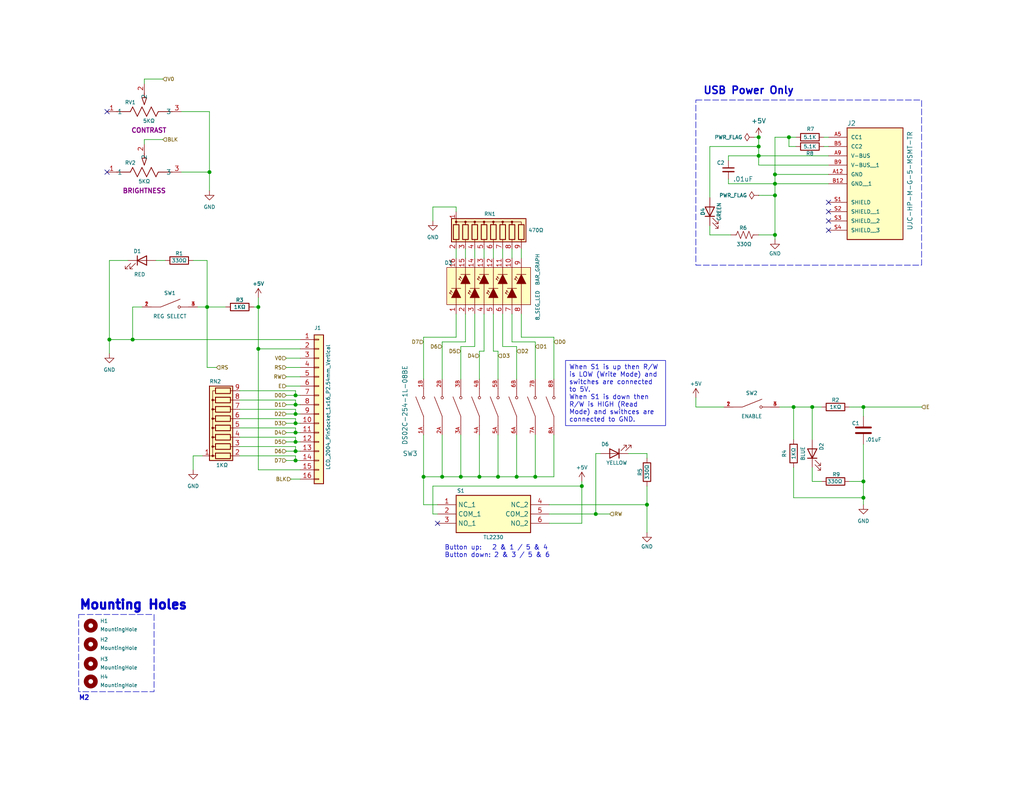
<source format=kicad_sch>
(kicad_sch (version 20230121) (generator eeschema)
  (paper "USLetter")
  (title_block (title "${project_name}") (date "2024-03-17") (rev "${version}"))
  (lib_symbols
    (symbol "Device:C" (pin_numbers hide) (pin_names (offset 0.254))
      (property "Reference" "C" (at 0.635 2.54 0))
      (property "Value" "C" (at 0.635 -2.54 0))
      (symbol "C_0_1"
        (polyline (pts (xy -2.032 -0.762) (xy 2.032 -0.762)) (stroke (width 0.508)))
        (polyline (pts (xy -2.032 0.762) (xy 2.032 0.762)) (stroke (width 0.508)))
      )
      (symbol "C_1_1"
        (pin passive line (at 0 3.81 270) (length 2.794) (name "~") (number "1"))
        (pin passive line (at 0 -3.81 90) (length 2.794) (name "~") (number "2"))
      )
    )
    (symbol "Device:C_Small" (pin_numbers hide) (pin_names (offset 0.254) hide)
      (property "Reference" "C" (at 0.254 1.778 0))
      (property "Value" "C_Small" (at 0.254 -2.032 0))
      (symbol "C_Small_0_1"
        (polyline (pts (xy -1.524 -0.508) (xy 1.524 -0.508)) (stroke (width 0.3302)))
        (polyline (pts (xy -1.524 0.508) (xy 1.524 0.508)) (stroke (width 0.3048)))
      )
      (symbol "C_Small_1_1"
        (pin passive line (at 0 2.54 270) (length 2.032) (name "~") (number "1"))
        (pin passive line (at 0 -2.54 90) (length 2.032) (name "~") (number "2"))
      )
    )
    (symbol "Device:LED" (pin_numbers hide) (pin_names (offset 1.016) hide)
      (property "Reference" "D" (at 0 2.54 0))
      (property "Value" "LED" (at 0 -2.54 0))
      (symbol "LED_0_1"
        (polyline (pts (xy -1.27 -1.27) (xy -1.27 1.27)) (stroke (width 0.254)))
        (polyline (pts (xy -1.27 0) (xy 1.27 0)))
        (polyline (pts (xy 1.27 -1.27) (xy 1.27 1.27) (xy -1.27 0) (xy 1.27 -1.27)) (stroke (width 0.254)))
        (polyline (pts (xy -3.048 -0.762) (xy -4.572 -2.286) (xy -3.81 -2.286) (xy -4.572 -2.286) (xy -4.572 -1.524)))
        (polyline (pts (xy -1.778 -0.762) (xy -3.302 -2.286) (xy -2.54 -2.286) (xy -3.302 -2.286) (xy -3.302 -1.524)))
      )
      (symbol "LED_1_1"
        (pin passive line (at -3.81 0 0) (length 2.54) (name "K") (number "1"))
        (pin passive line (at 3.81 0 180) (length 2.54) (name "A") (number "2"))
      )
    )
    (symbol "Device:R" (pin_numbers hide) (pin_names (offset 0))
      (property "Reference" "R" (at 2.032 0 90))
      (property "Value" "R" (at 0 0 90))
      (symbol "R_0_1"
        (rectangle (start -1.016 -2.54) (end 1.016 2.54) (stroke (width 0.254)))
      )
      (symbol "R_1_1"
        (pin passive line (at 0 3.81 270) (length 1.27) (name "~") (number "1"))
        (pin passive line (at 0 -3.81 90) (length 1.27) (name "~") (number "2"))
      )
    )
    (symbol "Device:R_US" (pin_numbers hide) (pin_names (offset 0))
      (property "Reference" "R" (at 2.54 0 90))
      (property "Value" "R_US" (at -2.54 0 90))
      (symbol "R_US_0_1"
        (polyline (pts (xy 0 -2.286) (xy 0 -2.54)))
        (polyline (pts (xy 0 2.286) (xy 0 2.54)))
        (polyline (pts (xy 0 -0.762) (xy 1.016 -1.143) (xy 0 -1.524) (xy -1.016 -1.905) (xy 0 -2.286)))
        (polyline (pts (xy 0 0.762) (xy 1.016 0.381) (xy 0 0) (xy -1.016 -0.381) (xy 0 -0.762)))
        (polyline (pts (xy 0 2.286) (xy 1.016 1.905) (xy 0 1.524) (xy -1.016 1.143) (xy 0 0.762)))
      )
      (symbol "R_US_1_1"
        (pin passive line (at 0 3.81 270) (length 1.27) (name "~") (number "1"))
        (pin passive line (at 0 -3.81 90) (length 1.27) (name "~") (number "2"))
      )
    )
    (symbol "Mechanical:MountingHole" (pin_names (offset 1.016))
      (property "Reference" "H" (at 0 5.08 0))
      (property "Value" "MountingHole" (at 0 3.175 0))
      (symbol "MountingHole_0_1"
        (circle (center 0 0) (radius 1.27) (stroke (width 1.27)))
      )
    )
    (symbol "TL2230EEF140_1"
      (property "Reference" "S" (at 26.67 7.62 0))
      (property "Value" "TL2230EEF140" (at 26.67 5.08 0))
      (symbol "TL2230EEF140_1_1_1"
        (rectangle (start 5.08 2.54) (end 25.4 -7.62) (stroke (width 0.254)) (fill (type background)))
        (pin passive line (at 0 0 0) (length 5.08) (name "NC_1") (number "1"))
        (pin passive line (at 0 -2.54 0) (length 5.08) (name "COM_1") (number "2"))
        (pin passive line (at 0 -5.08 0) (length 5.08) (name "NO_1") (number "3"))
        (pin passive line (at 30.48 0 180) (length 5.08) (name "NC_2") (number "4"))
        (pin passive line (at 30.48 -2.54 180) (length 5.08) (name "COM_2") (number "5"))
        (pin passive line (at 30.48 -5.08 180) (length 5.08) (name "NO_2") (number "6"))
      )
    )
    (symbol "hd44780_tutorial:BOURNE-3386P-1-502LF" (pin_names (offset 0.254))
      (property "Reference" "RV" (at 10.795 -3.175 0))
      (property "Value" "BOURNE-3386P-1-502LF" (at 10.795 -6.35 0))
      (symbol "BOURNE-3386P-1-502LF_1_1"
        (polyline (pts (xy 2.54 0) (xy 6.35 0)) (stroke (width 0.2032)))
        (polyline (pts (xy 6.35 0) (xy 6.985 1.27)) (stroke (width 0.2032)))
        (polyline (pts (xy 6.985 1.27) (xy 8.255 -1.27)) (stroke (width 0.2032)))
        (polyline (pts (xy 8.255 -1.27) (xy 9.525 1.27)) (stroke (width 0.2032)))
        (polyline (pts (xy 9.525 1.27) (xy 10.795 -1.27)) (stroke (width 0.2032)))
        (polyline (pts (xy 9.525 3.81) (xy 10.16 1.905)) (stroke (width 0.2032)))
        (polyline (pts (xy 9.525 3.81) (xy 10.795 3.81)) (stroke (width 0.2032)))
        (polyline (pts (xy 10.16 3.81) (xy 10.16 5.08)) (stroke (width 0.2032)))
        (polyline (pts (xy 10.795 -1.27) (xy 12.065 1.27)) (stroke (width 0.2032)))
        (polyline (pts (xy 10.795 3.81) (xy 10.16 1.905)) (stroke (width 0.2032)))
        (polyline (pts (xy 12.065 1.27) (xy 13.335 -1.27)) (stroke (width 0.2032)))
        (polyline (pts (xy 13.335 -1.27) (xy 13.97 0)) (stroke (width 0.2032)))
        (polyline (pts (xy 13.97 0) (xy 17.78 0)) (stroke (width 0.2032)))
        (pin passive line (at 0 0 0) (length 2.54) (name "1") (number "1"))
        (pin passive line (at 10.16 7.62 270) (length 2.54) (name "2") (number "2"))
        (pin passive line (at 20.32 0 180) (length 2.54) (name "3") (number "3"))
      )
    )
    (symbol "hd44780_tutorial:DS02C-254-1L-08BE" (pin_names (offset 1.016) hide)
      (property "Reference" "S" (at -2.54 20.32 0))
      (property "Value" "DS02C-254-1L-08BE" (at -2.54 -20.32 0))
      (symbol "DS02C-254-1L-08BE_0_0"
        (polyline (pts (xy -2.54 -17.78) (xy -5.08 -17.78)) (stroke (width 0.1524)))
        (polyline (pts (xy -2.54 -17.78) (xy 2.794 -15.6464)) (stroke (width 0.1524)))
        (polyline (pts (xy -2.54 -12.7) (xy -5.08 -12.7)) (stroke (width 0.1524)))
        (polyline (pts (xy -2.54 -12.7) (xy 2.794 -10.5664)) (stroke (width 0.1524)))
        (polyline (pts (xy -2.54 -7.62) (xy -5.08 -7.62)) (stroke (width 0.1524)))
        (polyline (pts (xy -2.54 -7.62) (xy 2.794 -5.4864)) (stroke (width 0.1524)))
        (polyline (pts (xy -2.54 -2.54) (xy -5.08 -2.54)) (stroke (width 0.1524)))
        (polyline (pts (xy -2.54 -2.54) (xy 2.794 -0.4064)) (stroke (width 0.1524)))
        (polyline (pts (xy -2.54 2.54) (xy -5.08 2.54)) (stroke (width 0.1524)))
        (polyline (pts (xy -2.54 2.54) (xy 2.794 4.6736)) (stroke (width 0.1524)))
        (polyline (pts (xy -2.54 7.62) (xy -5.08 7.62)) (stroke (width 0.1524)))
        (polyline (pts (xy -2.54 7.62) (xy 2.794 9.7536)) (stroke (width 0.1524)))
        (polyline (pts (xy -2.54 12.7) (xy -5.08 12.7)) (stroke (width 0.1524)))
        (polyline (pts (xy -2.54 12.7) (xy 2.794 14.8336)) (stroke (width 0.1524)))
        (polyline (pts (xy -2.54 17.78) (xy -5.08 17.78)) (stroke (width 0.1524)))
        (polyline (pts (xy -2.54 17.78) (xy 2.794 19.9136)) (stroke (width 0.1524)))
        (polyline (pts (xy 5.08 -17.78) (xy 2.921 -17.78)) (stroke (width 0.1524)))
        (polyline (pts (xy 5.08 -12.7) (xy 2.921 -12.7)) (stroke (width 0.1524)))
        (polyline (pts (xy 5.08 -7.62) (xy 2.921 -7.62)) (stroke (width 0.1524)))
        (polyline (pts (xy 5.08 -2.54) (xy 2.921 -2.54)) (stroke (width 0.1524)))
        (polyline (pts (xy 5.08 2.54) (xy 2.921 2.54)) (stroke (width 0.1524)))
        (polyline (pts (xy 5.08 7.62) (xy 2.921 7.62)) (stroke (width 0.1524)))
        (polyline (pts (xy 5.08 12.7) (xy 2.921 12.7)) (stroke (width 0.1524)))
        (polyline (pts (xy 5.08 17.78) (xy 2.921 17.78)) (stroke (width 0.1524)))
        (circle (center 2.54 -17.78) (radius 0.3302) (stroke (width 0.1524)))
        (circle (center 2.54 -12.7) (radius 0.3302) (stroke (width 0.1524)))
        (circle (center 2.54 -7.62) (radius 0.3302) (stroke (width 0.1524)))
        (circle (center 2.54 -2.54) (radius 0.3302) (stroke (width 0.1524)))
        (circle (center 2.54 2.54) (radius 0.3302) (stroke (width 0.1524)))
        (circle (center 2.54 7.62) (radius 0.3302) (stroke (width 0.1524)))
        (circle (center 2.54 12.7) (radius 0.3302) (stroke (width 0.1524)))
        (circle (center 2.54 17.78) (radius 0.3302) (stroke (width 0.1524)))
        (pin passive line (at -7.62 17.78 0) (length 2.54) (name "~") (number "1A"))
        (pin passive line (at 7.62 17.78 180) (length 2.54) (name "~") (number "1B"))
        (pin passive line (at -7.62 12.7 0) (length 2.54) (name "~") (number "2A"))
        (pin passive line (at 7.62 12.7 180) (length 2.54) (name "~") (number "2B"))
        (pin passive line (at -7.62 7.62 0) (length 2.54) (name "~") (number "3A"))
        (pin passive line (at 7.62 7.62 180) (length 2.54) (name "~") (number "3B"))
        (pin passive line (at -7.62 2.54 0) (length 2.54) (name "~") (number "4A"))
        (pin passive line (at 7.62 2.54 180) (length 2.54) (name "~") (number "4B"))
        (pin passive line (at -7.62 -2.54 0) (length 2.54) (name "~") (number "5A"))
        (pin passive line (at 7.62 -2.54 180) (length 2.54) (name "~") (number "5B"))
        (pin passive line (at -7.62 -7.62 0) (length 2.54) (name "~") (number "6A"))
        (pin passive line (at 7.62 -7.62 180) (length 2.54) (name "~") (number "6B"))
        (pin passive line (at -7.62 -12.7 0) (length 2.54) (name "~") (number "7A"))
        (pin passive line (at 7.62 -12.7 180) (length 2.54) (name "~") (number "7B"))
        (pin passive line (at -7.62 -17.78 0) (length 2.54) (name "~") (number "8A"))
        (pin passive line (at 7.62 -17.78 180) (length 2.54) (name "~") (number "8B"))
      )
    )
    (symbol "hd44780_tutorial:LCD_2004_PinSocket_1x16_P2.54mm_Vertical" (pin_names (offset 1.016) hide)
      (property "Reference" "J" (at 0 20.32 0))
      (property "Value" "LCD_2004_PinSocket_1x16_P2.54mm_Vertical" (at 0 -22.86 0))
      (symbol "LCD_2004_PinSocket_1x16_P2.54mm_Vertical_1_1"
        (rectangle (start -1.27 -20.193) (end 0 -20.447) (stroke (width 0.1524)))
        (rectangle (start -1.27 -17.653) (end 0 -17.907) (stroke (width 0.1524)))
        (rectangle (start -1.27 -15.113) (end 0 -15.367) (stroke (width 0.1524)))
        (rectangle (start -1.27 -12.573) (end 0 -12.827) (stroke (width 0.1524)))
        (rectangle (start -1.27 -10.033) (end 0 -10.287) (stroke (width 0.1524)))
        (rectangle (start -1.27 -7.493) (end 0 -7.747) (stroke (width 0.1524)))
        (rectangle (start -1.27 -4.953) (end 0 -5.207) (stroke (width 0.1524)))
        (rectangle (start -1.27 -2.413) (end 0 -2.667) (stroke (width 0.1524)))
        (rectangle (start -1.27 0.127) (end 0 -0.127) (stroke (width 0.1524)))
        (rectangle (start -1.27 2.667) (end 0 2.413) (stroke (width 0.1524)))
        (rectangle (start -1.27 5.207) (end 0 4.953) (stroke (width 0.1524)))
        (rectangle (start -1.27 7.747) (end 0 7.493) (stroke (width 0.1524)))
        (rectangle (start -1.27 10.287) (end 0 10.033) (stroke (width 0.1524)))
        (rectangle (start -1.27 12.827) (end 0 12.573) (stroke (width 0.1524)))
        (rectangle (start -1.27 15.367) (end 0 15.113) (stroke (width 0.1524)))
        (rectangle (start -1.27 17.907) (end 0 17.653) (stroke (width 0.1524)))
        (rectangle (start -1.27 19.05) (end 1.27 -21.59) (stroke (width 0.254)) (fill (type background)))
        (pin passive line (at -5.08 17.78 0) (length 3.81) (name "Pin_1") (number "1"))
        (pin passive line (at -5.08 -5.08 0) (length 3.81) (name "Pin_10") (number "10"))
        (pin passive line (at -5.08 -7.62 0) (length 3.81) (name "Pin_11") (number "11"))
        (pin passive line (at -5.08 -10.16 0) (length 3.81) (name "Pin_12") (number "12"))
        (pin passive line (at -5.08 -12.7 0) (length 3.81) (name "Pin_13") (number "13"))
        (pin passive line (at -5.08 -15.24 0) (length 3.81) (name "Pin_14") (number "14"))
        (pin passive line (at -5.08 -17.78 0) (length 3.81) (name "Pin_15") (number "15"))
        (pin passive line (at -5.08 -20.32 0) (length 3.81) (name "Pin_16") (number "16"))
        (pin passive line (at -5.08 15.24 0) (length 3.81) (name "Pin_2") (number "2"))
        (pin passive line (at -5.08 12.7 0) (length 3.81) (name "Pin_3") (number "3"))
        (pin passive line (at -5.08 10.16 0) (length 3.81) (name "Pin_4") (number "4"))
        (pin passive line (at -5.08 7.62 0) (length 3.81) (name "Pin_5") (number "5"))
        (pin passive line (at -5.08 5.08 0) (length 3.81) (name "Pin_6") (number "6"))
        (pin passive line (at -5.08 2.54 0) (length 3.81) (name "Pin_7") (number "7"))
        (pin passive line (at -5.08 0 0) (length 3.81) (name "Pin_8") (number "8"))
        (pin passive line (at -5.08 -2.54 0) (length 3.81) (name "Pin_9") (number "9"))
      )
    )
    (symbol "hd44780_tutorial:LED_BAR_GRAPH_8_SEG_SOCKET" (pin_names (offset 0))
      (property "Reference" "D" (at -3.81 3.81 0))
      (property "Value" "LED_BAR_GRAPH_8_SEG_SOCKET" (at 0.635 -22.225 0))
      (symbol "LED_BAR_GRAPH_8_SEG_SOCKET_0_1"
        (rectangle (start -5.08 2.54) (end 5.08 -20.32) (fill (type background)))
        (polyline (pts (xy -5.08 -15.24) (xy -3.175 -15.24)))
        (polyline (pts (xy -5.08 -10.16) (xy -3.175 -10.16)))
        (polyline (pts (xy -5.08 -5.08) (xy -3.175 -5.08)))
        (polyline (pts (xy -3.175 0) (xy -5.08 0)))
        (polyline (pts (xy -1.778 -13.462) (xy -2.286 -13.97)))
        (polyline (pts (xy -1.778 -8.382) (xy -2.286 -8.89)))
        (polyline (pts (xy -1.778 -3.302) (xy -2.286 -3.81)))
        (polyline (pts (xy -1.778 1.778) (xy -2.286 1.27)))
        (polyline (pts (xy -1.27 -13.716) (xy -1.778 -14.224)))
        (polyline (pts (xy -1.27 -8.636) (xy -1.778 -9.144)))
        (polyline (pts (xy -1.27 -3.556) (xy -1.778 -4.064)))
        (polyline (pts (xy -1.27 1.524) (xy -1.778 1.016)))
        (polyline (pts (xy -0.635 -16.51) (xy -0.635 -13.97)))
        (polyline (pts (xy -0.635 -15.24) (xy 5.08 -15.24)))
        (polyline (pts (xy -0.635 -10.16) (xy 5.08 -10.16)))
        (polyline (pts (xy -0.635 -8.89) (xy -0.635 -11.43)))
        (polyline (pts (xy -0.635 -5.08) (xy 5.08 -5.08)))
        (polyline (pts (xy -0.635 -3.81) (xy -0.635 -6.35)))
        (polyline (pts (xy -0.635 0) (xy 5.08 0)))
        (polyline (pts (xy -0.635 1.27) (xy -0.635 -1.27)))
        (polyline (pts (xy 0.635 -17.78) (xy -5.08 -17.78)))
        (polyline (pts (xy 0.635 -12.7) (xy -5.08 -12.7)))
        (polyline (pts (xy 0.635 -7.62) (xy -5.08 -7.62)))
        (polyline (pts (xy 0.635 -2.54) (xy -5.08 -2.54)))
        (polyline (pts (xy 2.032 -16.002) (xy 1.524 -16.51)))
        (polyline (pts (xy 2.032 -10.922) (xy 1.524 -11.43)))
        (polyline (pts (xy 2.032 -5.842) (xy 1.524 -6.35)))
        (polyline (pts (xy 2.032 -0.762) (xy 1.524 -1.27)))
        (polyline (pts (xy 2.54 -16.256) (xy 2.032 -16.764)))
        (polyline (pts (xy 2.54 -11.176) (xy 2.032 -11.684)))
        (polyline (pts (xy 2.54 -6.096) (xy 2.032 -6.604)))
        (polyline (pts (xy 2.54 -1.016) (xy 2.032 -1.524)))
        (polyline (pts (xy 3.175 -17.78) (xy 5.08 -17.78)))
        (polyline (pts (xy 3.175 -16.51) (xy 3.175 -19.05)))
        (polyline (pts (xy 3.175 -12.7) (xy 5.08 -12.7)))
        (polyline (pts (xy 3.175 -11.43) (xy 3.175 -13.97)))
        (polyline (pts (xy 3.175 -7.62) (xy 5.08 -7.62)))
        (polyline (pts (xy 3.175 -6.35) (xy 3.175 -8.89)))
        (polyline (pts (xy 3.175 -2.54) (xy 5.08 -2.54)))
        (polyline (pts (xy 3.175 -1.27) (xy 3.175 -3.81)))
        (polyline (pts (xy -2.032 -13.462) (xy -1.778 -13.462) (xy -1.778 -13.716)))
        (polyline (pts (xy -2.032 -8.382) (xy -1.778 -8.382) (xy -1.778 -8.636)))
        (polyline (pts (xy -2.032 -3.302) (xy -1.778 -3.302) (xy -1.778 -3.556)))
        (polyline (pts (xy -2.032 1.778) (xy -1.778 1.778) (xy -1.778 1.524)))
        (polyline (pts (xy -1.524 -13.716) (xy -1.27 -13.716) (xy -1.27 -13.97)))
        (polyline (pts (xy -1.524 -8.636) (xy -1.27 -8.636) (xy -1.27 -8.89)))
        (polyline (pts (xy -1.524 -3.556) (xy -1.27 -3.556) (xy -1.27 -3.81)))
        (polyline (pts (xy -1.524 1.524) (xy -1.27 1.524) (xy -1.27 1.27)))
        (polyline (pts (xy 1.778 -16.002) (xy 2.032 -16.002) (xy 2.032 -16.256)))
        (polyline (pts (xy 1.778 -10.922) (xy 2.032 -10.922) (xy 2.032 -11.176)))
        (polyline (pts (xy 1.778 -5.842) (xy 2.032 -5.842) (xy 2.032 -6.096)))
        (polyline (pts (xy 1.778 -0.762) (xy 2.032 -0.762) (xy 2.032 -1.016)))
        (polyline (pts (xy 2.286 -16.256) (xy 2.54 -16.256) (xy 2.54 -16.51)))
        (polyline (pts (xy 2.286 -11.176) (xy 2.54 -11.176) (xy 2.54 -11.43)))
        (polyline (pts (xy 2.286 -6.096) (xy 2.54 -6.096) (xy 2.54 -6.35)))
        (polyline (pts (xy 2.286 -1.016) (xy 2.54 -1.016) (xy 2.54 -1.27)))
        (polyline (pts (xy -3.175 -13.97) (xy -3.175 -16.51) (xy -0.635 -15.24) (xy -3.175 -13.97)) (fill (type outline)))
        (polyline (pts (xy -3.175 -8.89) (xy -3.175 -11.43) (xy -0.635 -10.16) (xy -3.175 -8.89)) (fill (type outline)))
        (polyline (pts (xy -3.175 -3.81) (xy -3.175 -6.35) (xy -0.635 -5.08) (xy -3.175 -3.81)) (fill (type outline)))
        (polyline (pts (xy -3.175 1.27) (xy -3.175 -1.27) (xy -0.635 0) (xy -3.175 1.27)) (fill (type outline)))
        (polyline (pts (xy 0.635 -16.51) (xy 0.635 -19.05) (xy 3.175 -17.78) (xy 0.635 -16.51)) (fill (type outline)))
        (polyline (pts (xy 0.635 -11.43) (xy 0.635 -13.97) (xy 3.175 -12.7) (xy 0.635 -11.43)) (fill (type outline)))
        (polyline (pts (xy 0.635 -6.35) (xy 0.635 -8.89) (xy 3.175 -7.62) (xy 0.635 -6.35)) (fill (type outline)))
        (polyline (pts (xy 0.635 -1.27) (xy 0.635 -3.81) (xy 3.175 -2.54) (xy 0.635 -1.27)) (fill (type outline)))
      )
      (symbol "LED_BAR_GRAPH_8_SEG_SOCKET_1_1"
        (pin input line (at -7.62 0 0) (length 2.54) (name "~") (number "1"))
        (pin output line (at 7.62 -15.24 180) (length 2.54) (name "~") (number "10"))
        (pin output line (at 7.62 -12.7 180) (length 2.54) (name "~") (number "11"))
        (pin output line (at 7.62 -10.16 180) (length 2.54) (name "~") (number "12"))
        (pin output line (at 7.62 -7.62 180) (length 2.54) (name "~") (number "13"))
        (pin output line (at 7.62 -5.08 180) (length 2.54) (name "~") (number "14"))
        (pin output line (at 7.62 -2.54 180) (length 2.54) (name "~") (number "15"))
        (pin output line (at 7.62 0 180) (length 2.54) (name "~") (number "16"))
        (pin input line (at -7.62 -2.54 0) (length 2.54) (name "~") (number "2"))
        (pin input line (at -7.62 -5.08 0) (length 2.54) (name "~") (number "3"))
        (pin input line (at -7.62 -7.62 0) (length 2.54) (name "~") (number "4"))
        (pin input line (at -7.62 -10.16 0) (length 2.54) (name "~") (number "5"))
        (pin input line (at -7.62 -12.7 0) (length 2.54) (name "~") (number "6"))
        (pin input line (at -7.62 -15.24 0) (length 2.54) (name "~") (number "7"))
        (pin input line (at -7.62 -17.78 0) (length 2.54) (name "~") (number "8"))
        (pin output line (at 7.62 -17.78 180) (length 2.54) (name "~") (number "9"))
      )
    )
    (symbol "hd44780_tutorial:R_Network08" (pin_names (offset 0) hide)
      (property "Reference" "RN" (at -12.7 0 90))
      (property "Value" "R_Network08" (at 10.16 0 90))
      (symbol "R_Network08_0_1"
        (rectangle (start -11.43 -3.175) (end 8.89 3.175) (stroke (width 0.254)) (fill (type background)))
        (rectangle (start -10.922 1.524) (end -9.398 -2.54) (stroke (width 0.254)))
        (circle (center -10.16 2.286) (radius 0.254) (fill (type outline)))
        (rectangle (start -8.382 1.524) (end -6.858 -2.54) (stroke (width 0.254)))
        (circle (center -7.62 2.286) (radius 0.254) (fill (type outline)))
        (rectangle (start -5.842 1.524) (end -4.318 -2.54) (stroke (width 0.254)))
        (circle (center -5.08 2.286) (radius 0.254) (fill (type outline)))
        (rectangle (start -3.302 1.524) (end -1.778 -2.54) (stroke (width 0.254)))
        (circle (center -2.54 2.286) (radius 0.254) (fill (type outline)))
        (rectangle (start -0.762 1.524) (end 0.762 -2.54) (stroke (width 0.254)))
        (polyline (pts (xy -10.16 -2.54) (xy -10.16 -3.81)))
        (polyline (pts (xy -7.62 -2.54) (xy -7.62 -3.81)))
        (polyline (pts (xy -5.08 -2.54) (xy -5.08 -3.81)))
        (polyline (pts (xy -2.54 -2.54) (xy -2.54 -3.81)))
        (polyline (pts (xy 0 -2.54) (xy 0 -3.81)))
        (polyline (pts (xy 2.54 -2.54) (xy 2.54 -3.81)))
        (polyline (pts (xy 5.08 -2.54) (xy 5.08 -3.81)))
        (polyline (pts (xy 7.62 -2.54) (xy 7.62 -3.81)))
        (polyline (pts (xy -10.16 1.524) (xy -10.16 2.286) (xy -7.62 2.286) (xy -7.62 1.524)))
        (polyline (pts (xy -7.62 1.524) (xy -7.62 2.286) (xy -5.08 2.286) (xy -5.08 1.524)))
        (polyline (pts (xy -5.08 1.524) (xy -5.08 2.286) (xy -2.54 2.286) (xy -2.54 1.524)))
        (polyline (pts (xy -2.54 1.524) (xy -2.54 2.286) (xy 0 2.286) (xy 0 1.524)))
        (polyline (pts (xy 0 1.524) (xy 0 2.286) (xy 2.54 2.286) (xy 2.54 1.524)))
        (polyline (pts (xy 2.54 1.524) (xy 2.54 2.286) (xy 5.08 2.286) (xy 5.08 1.524)))
        (polyline (pts (xy 5.08 1.524) (xy 5.08 2.286) (xy 7.62 2.286) (xy 7.62 1.524)))
        (circle (center 0 2.286) (radius 0.254) (fill (type outline)))
        (rectangle (start 1.778 1.524) (end 3.302 -2.54) (stroke (width 0.254)))
        (circle (center 2.54 2.286) (radius 0.254) (fill (type outline)))
        (rectangle (start 4.318 1.524) (end 5.842 -2.54) (stroke (width 0.254)))
        (circle (center 5.08 2.286) (radius 0.254) (fill (type outline)))
        (rectangle (start 6.858 1.524) (end 8.382 -2.54) (stroke (width 0.254)))
      )
      (symbol "R_Network08_1_1"
        (pin passive line (at -10.16 5.08 270) (length 2.54) (name "common") (number "1"))
        (pin passive line (at -10.16 -5.08 90) (length 1.27) (name "R1") (number "2"))
        (pin passive line (at -7.62 -5.08 90) (length 1.27) (name "R2") (number "3"))
        (pin passive line (at -5.08 -5.08 90) (length 1.27) (name "R3") (number "4"))
        (pin passive line (at -2.54 -5.08 90) (length 1.27) (name "R4") (number "5"))
        (pin passive line (at 0 -5.08 90) (length 1.27) (name "R5") (number "6"))
        (pin passive line (at 2.54 -5.08 90) (length 1.27) (name "R6") (number "7"))
        (pin passive line (at 5.08 -5.08 90) (length 1.27) (name "R7") (number "8"))
        (pin passive line (at 7.62 -5.08 90) (length 1.27) (name "R8") (number "9"))
      )
    )
    (symbol "hd44780_tutorial:SW-1825967-1" (pin_names (offset 1.016) hide)
      (property "Reference" "S" (at -2.54 2.54 0))
      (property "Value" "SW-1825967-1" (at -2.54 -2.54 0))
      (symbol "SW-1825967-1_0_0"
        (polyline (pts (xy -2.54 0) (xy -5.08 0)) (stroke (width 0.1524)))
        (polyline (pts (xy -2.54 0) (xy 2.794 2.1336)) (stroke (width 0.1524)))
        (polyline (pts (xy 5.08 0) (xy 2.921 0)) (stroke (width 0.1524)))
        (circle (center 2.54 0) (radius 0.3302) (stroke (width 0.1524)))
        (pin passive line (at -7.62 0 0) (length 2.54) (name "~") (number "1"))
        (pin passive line (at -7.62 0 0) (length 2.54) (name "~") (number "2"))
        (pin passive line (at 7.62 0 180) (length 2.54) (name "~") (number "3"))
        (pin passive line (at 7.62 0 180) (length 2.54) (name "~") (number "4"))
      )
    )
    (symbol "hd44780_tutorial:UJC-HP-M-G-5-MSMT-TR" (pin_names (offset 1.016))
      (property "Reference" "J" (at -7.62 8.89 0))
      (property "Value" "UJC-HP-M-G-5-MSMT-TR" (at -7.62 -24.13 0))
      (symbol "UJC-HP-M-G-5-MSMT-TR_0_0"
        (rectangle (start -7.62 -22.86) (end 7.62 7.62) (stroke (width 0.254)) (fill (type background)))
        (pin power_in line (at -12.7 -5.08 0) (length 5.08) (name "GND") (number "A12"))
        (pin bidirectional line (at -12.7 5.08 0) (length 5.08) (name "CC1") (number "A5"))
        (pin power_in line (at -12.7 0 0) (length 5.08) (name "V-BUS") (number "A9"))
        (pin power_in line (at -12.7 -7.62 0) (length 5.08) (name "GND__1") (number "B12"))
        (pin bidirectional line (at -12.7 2.54 0) (length 5.08) (name "CC2") (number "B5"))
        (pin power_in line (at -12.7 -2.54 0) (length 5.08) (name "V-BUS__1") (number "B9"))
        (pin passive line (at -12.7 -12.7 0) (length 5.08) (name "SHIELD") (number "S1"))
        (pin passive line (at -12.7 -15.24 0) (length 5.08) (name "SHIELD__1") (number "S2"))
        (pin passive line (at -12.7 -17.78 0) (length 5.08) (name "SHIELD__2") (number "S3"))
        (pin passive line (at -12.7 -20.32 0) (length 5.08) (name "SHIELD__3") (number "S4"))
      )
    )
    (symbol "power:+5V" (power) (pin_names (offset 0))
      (property "Value" "+5V" (at 0 3.556 0))
      (symbol "+5V_0_1"
        (polyline (pts (xy -0.762 1.27) (xy 0 2.54)))
        (polyline (pts (xy 0 0) (xy 0 2.54)))
        (polyline (pts (xy 0 2.54) (xy 0.762 1.27)))
      )
      (symbol "+5V_1_1"
        (pin power_in line (at 0 0 90) (length 0) hide (name "+5V") (number "1"))
      )
    )
    (symbol "power:GND" (power) (pin_names (offset 0))
      (property "Value" "GND" (at 0 -3.81 0))
      (symbol "GND_0_1"
        (polyline (pts (xy 0 0) (xy 0 -1.27) (xy 1.27 -1.27) (xy 0 -2.54) (xy -1.27 -1.27) (xy 0 -1.27)))
      )
      (symbol "GND_1_1"
        (pin power_in line (at 0 0 270) (length 0) hide (name "GND") (number "1"))
      )
    )
    (symbol "power:PWR_FLAG" (power) (pin_numbers hide) (pin_names (offset 0) hide)
      (property "Value" "PWR_FLAG" (at 0 3.81 0))
      (symbol "PWR_FLAG_0_0"
        (pin power_out line (at 0 0 90) (length 0) (name "pwr") (number "1"))
      )
      (symbol "PWR_FLAG_0_1"
        (polyline (pts (xy 0 0) (xy 0 1.27) (xy -1.016 1.905) (xy 0 2.54) (xy 1.016 1.905) (xy 0 1.27)))
      )
    )
  )
  (junction (at 125.73 130.175))
  (junction (at 57.15 46.99))
  (junction (at 215.265 37.465))
  (junction (at 211.455 47.625))
  (junction (at 80.645 110.49))
  (junction (at 80.645 115.57))
  (junction (at 135.89 130.175))
  (junction (at 221.615 111.125))
  (junction (at 130.81 130.175))
  (junction (at 80.645 120.65))
  (junction (at 120.65 130.175))
  (junction (at 211.455 53.34))
  (junction (at 70.485 95.25))
  (junction (at 146.05 130.175))
  (junction (at 70.485 83.82))
  (junction (at 115.57 130.175))
  (junction (at 29.845 92.71))
  (junction (at 176.53 137.795))
  (junction (at 216.535 111.125))
  (junction (at 235.585 131.445))
  (junction (at 140.97 130.175))
  (junction (at 211.455 64.135))
  (junction (at 80.645 123.19))
  (junction (at 211.455 50.165))
  (junction (at 207.01 40.005))
  (junction (at 207.01 37.465))
  (junction (at 158.75 132.715))
  (junction (at 80.645 113.03))
  (junction (at 80.645 118.11))
  (junction (at 80.645 107.95))
  (junction (at 207.01 42.545))
  (junction (at 162.56 140.335))
  (junction (at 36.195 92.71))
  (junction (at 235.585 111.125))
  (junction (at 80.645 125.73))
  (junction (at 56.515 83.82))
  (junction (at 235.585 135.89))
  (no_connect (at 29.21 30.48))
  (no_connect (at 226.06 62.865))
  (no_connect (at 119.38 142.875))
  (no_connect (at 29.21 46.99))
  (no_connect (at 226.06 57.785))
  (no_connect (at 226.06 55.245))
  (no_connect (at 226.06 60.325))
  (wire (pts (xy 81.915 95.25) (xy 70.485 95.25)))
  (wire (pts (xy 193.675 64.135) (xy 199.39 64.135)))
  (wire (pts (xy 124.46 92.075) (xy 124.46 85.725)))
  (wire (pts (xy 65.405 114.3) (xy 80.645 114.3)))
  (wire (pts (xy 70.485 83.82) (xy 70.485 95.25)))
  (wire (pts (xy 49.53 46.99) (xy 57.15 46.99)))
  (wire (pts (xy 127 85.725) (xy 127 93.345)))
  (wire (pts (xy 115.57 92.075) (xy 124.46 92.075)))
  (wire (pts (xy 120.65 118.745) (xy 120.65 130.175)))
  (wire (pts (xy 139.7 93.345) (xy 139.7 85.725)))
  (wire (pts (xy 224.79 37.465) (xy 226.06 37.465)))
  (wire (pts (xy 36.195 83.82) (xy 36.195 92.71)))
  (wire (pts (xy 38.735 83.82) (xy 36.195 83.82)))
  (wire (pts (xy 125.73 94.615) (xy 125.73 103.505)))
  (wire (pts (xy 151.13 92.075) (xy 142.24 92.075)))
  (wire (pts (xy 193.675 61.595) (xy 193.675 64.135)))
  (wire (pts (xy 49.53 30.48) (xy 57.15 30.48)))
  (wire (pts (xy 29.845 71.12) (xy 29.845 92.71)))
  (wire (pts (xy 207.01 40.005) (xy 207.01 42.545)))
  (wire (pts (xy 120.65 93.345) (xy 120.65 103.505)))
  (wire (pts (xy 80.645 111.76) (xy 80.645 113.03)))
  (wire (pts (xy 78.105 102.87) (xy 81.915 102.87)))
  (wire (pts (xy 193.675 53.975) (xy 193.675 40.005)))
  (wire (pts (xy 80.645 119.38) (xy 80.645 120.65)))
  (wire (pts (xy 211.455 37.465) (xy 211.455 47.625)))
  (wire (pts (xy 130.81 118.745) (xy 130.81 130.175)))
  (wire (pts (xy 139.7 67.945) (xy 139.7 70.485)))
  (wire (pts (xy 115.57 92.075) (xy 115.57 103.505)))
  (wire (pts (xy 142.24 67.945) (xy 142.24 70.485)))
  (wire (pts (xy 163.83 123.825) (xy 162.56 123.825)))
  (wire (pts (xy 78.105 110.49) (xy 80.645 110.49)))
  (wire (pts (xy 65.405 109.22) (xy 80.645 109.22)))
  (wire (pts (xy 78.105 115.57) (xy 80.645 115.57)))
  (wire (pts (xy 146.05 93.345) (xy 146.05 103.505)))
  (wire (pts (xy 162.56 140.335) (xy 166.37 140.335)))
  (wire (pts (xy 140.97 94.615) (xy 140.97 103.505)))
  (wire (pts (xy 80.645 109.22) (xy 80.645 110.49)))
  (wire (pts (xy 124.46 56.515) (xy 118.11 56.515)))
  (wire (pts (xy 80.645 124.46) (xy 80.645 125.73)))
  (wire (pts (xy 132.08 95.885) (xy 132.08 85.725)))
  (wire (pts (xy 124.46 56.515) (xy 124.46 57.785)))
  (wire (pts (xy 80.645 110.49) (xy 81.915 110.49)))
  (wire (pts (xy 130.81 130.175) (xy 135.89 130.175)))
  (wire (pts (xy 235.585 121.285) (xy 235.585 131.445)))
  (wire (pts (xy 124.46 67.945) (xy 124.46 70.485)))
  (wire (pts (xy 57.15 30.48) (xy 57.15 46.99)))
  (wire (pts (xy 198.755 42.545) (xy 207.01 42.545)))
  (wire (pts (xy 36.195 92.71) (xy 81.915 92.71)))
  (wire (pts (xy 125.73 118.745) (xy 125.73 130.175)))
  (wire (pts (xy 151.13 103.505) (xy 151.13 92.075)))
  (wire (pts (xy 118.11 56.515) (xy 118.11 60.325)))
  (wire (pts (xy 80.645 115.57) (xy 81.915 115.57)))
  (wire (pts (xy 39.37 21.59) (xy 39.37 22.86)))
  (wire (pts (xy 207.01 53.34) (xy 211.455 53.34)))
  (wire (pts (xy 125.73 94.615) (xy 129.54 94.615)))
  (wire (pts (xy 171.45 123.825) (xy 176.53 123.825)))
  (wire (pts (xy 78.105 125.73) (xy 80.645 125.73)))
  (wire (pts (xy 205.74 37.465) (xy 207.01 37.465)))
  (wire (pts (xy 211.455 37.465) (xy 215.265 37.465)))
  (wire (pts (xy 149.86 137.795) (xy 176.53 137.795)))
  (wire (pts (xy 65.405 124.46) (xy 80.645 124.46)))
  (wire (pts (xy 65.405 111.76) (xy 80.645 111.76)))
  (wire (pts (xy 130.81 95.885) (xy 130.81 103.505)))
  (wire (pts (xy 231.775 111.125) (xy 235.585 111.125)))
  (wire (pts (xy 118.11 132.715) (xy 118.11 140.335)))
  (wire (pts (xy 125.73 130.175) (xy 130.81 130.175)))
  (wire (pts (xy 78.105 113.03) (xy 80.645 113.03)))
  (wire (pts (xy 215.265 40.005) (xy 217.17 40.005)))
  (wire (pts (xy 130.81 95.885) (xy 132.08 95.885)))
  (wire (pts (xy 115.57 130.175) (xy 115.57 137.795)))
  (wire (pts (xy 80.645 121.92) (xy 80.645 123.19)))
  (wire (pts (xy 69.215 83.82) (xy 70.485 83.82)))
  (wire (pts (xy 42.545 71.12) (xy 45.085 71.12)))
  (wire (pts (xy 193.675 40.005) (xy 207.01 40.005)))
  (wire (pts (xy 198.755 48.895) (xy 198.755 50.165)))
  (wire (pts (xy 224.79 40.005) (xy 226.06 40.005)))
  (wire (pts (xy 120.65 130.175) (xy 125.73 130.175)))
  (wire (pts (xy 189.865 108.585) (xy 189.865 111.125)))
  (wire (pts (xy 198.755 43.815) (xy 198.755 42.545)))
  (wire (pts (xy 149.86 140.335) (xy 162.56 140.335)))
  (wire (pts (xy 78.105 120.65) (xy 80.645 120.65)))
  (wire (pts (xy 81.915 128.27) (xy 70.485 128.27)))
  (wire (pts (xy 115.57 130.175) (xy 120.65 130.175)))
  (wire (pts (xy 176.53 123.825) (xy 176.53 125.095)))
  (wire (pts (xy 211.455 64.135) (xy 211.455 65.405)))
  (wire (pts (xy 80.645 118.11) (xy 81.915 118.11)))
  (wire (pts (xy 80.645 107.95) (xy 81.915 107.95)))
  (wire (pts (xy 207.01 64.135) (xy 211.455 64.135)))
  (wire (pts (xy 132.08 67.945) (xy 132.08 70.485)))
  (wire (pts (xy 118.11 132.715) (xy 158.75 132.715)))
  (wire (pts (xy 135.89 130.175) (xy 140.97 130.175)))
  (wire (pts (xy 65.405 106.68) (xy 80.645 106.68)))
  (wire (pts (xy 79.375 130.81) (xy 81.915 130.81)))
  (wire (pts (xy 127 67.945) (xy 127 70.485)))
  (wire (pts (xy 80.645 120.65) (xy 81.915 120.65)))
  (wire (pts (xy 146.05 118.745) (xy 146.05 130.175)))
  (wire (pts (xy 80.645 116.84) (xy 80.645 118.11)))
  (wire (pts (xy 78.105 97.79) (xy 81.915 97.79)))
  (wire (pts (xy 39.37 38.1) (xy 39.37 39.37)))
  (wire (pts (xy 56.515 100.33) (xy 56.515 83.82)))
  (wire (pts (xy 142.24 92.075) (xy 142.24 85.725)))
  (wire (pts (xy 135.89 95.885) (xy 134.62 95.885)))
  (wire (pts (xy 65.405 121.92) (xy 80.645 121.92)))
  (wire (pts (xy 211.455 47.625) (xy 211.455 50.165)))
  (wire (pts (xy 134.62 67.945) (xy 134.62 70.485)))
  (wire (pts (xy 140.97 130.175) (xy 146.05 130.175)))
  (wire (pts (xy 52.705 124.46) (xy 52.705 128.27)))
  (wire (pts (xy 120.65 93.345) (xy 127 93.345)))
  (wire (pts (xy 80.645 125.73) (xy 81.915 125.73)))
  (wire (pts (xy 70.485 128.27) (xy 70.485 95.25)))
  (wire (pts (xy 57.15 46.99) (xy 57.15 52.07)))
  (wire (pts (xy 162.56 123.825) (xy 162.56 140.335)))
  (wire (pts (xy 176.53 137.795) (xy 176.53 145.415)))
  (wire (pts (xy 158.75 142.875) (xy 158.75 132.715)))
  (wire (pts (xy 149.86 142.875) (xy 158.75 142.875)))
  (wire (pts (xy 211.455 47.625) (xy 226.06 47.625)))
  (wire (pts (xy 29.845 96.52) (xy 29.845 92.71)))
  (wire (pts (xy 65.405 116.84) (xy 80.645 116.84)))
  (wire (pts (xy 231.775 131.445) (xy 235.585 131.445)))
  (wire (pts (xy 176.53 132.715) (xy 176.53 137.795)))
  (wire (pts (xy 211.455 50.165) (xy 226.06 50.165)))
  (wire (pts (xy 134.62 95.885) (xy 134.62 85.725)))
  (wire (pts (xy 216.535 135.89) (xy 235.585 135.89)))
  (wire (pts (xy 207.01 45.085) (xy 226.06 45.085)))
  (wire (pts (xy 80.645 106.68) (xy 80.645 107.95)))
  (wire (pts (xy 135.89 95.885) (xy 135.89 103.505)))
  (wire (pts (xy 78.105 100.33) (xy 81.915 100.33)))
  (wire (pts (xy 80.645 114.3) (xy 80.645 115.57)))
  (wire (pts (xy 251.46 111.125) (xy 235.585 111.125)))
  (wire (pts (xy 198.755 50.165) (xy 211.455 50.165)))
  (wire (pts (xy 65.405 119.38) (xy 80.645 119.38)))
  (wire (pts (xy 78.105 118.11) (xy 80.645 118.11)))
  (wire (pts (xy 221.615 111.125) (xy 221.615 120.015)))
  (wire (pts (xy 207.01 42.545) (xy 207.01 45.085)))
  (wire (pts (xy 118.11 140.335) (xy 119.38 140.335)))
  (wire (pts (xy 139.7 93.345) (xy 146.05 93.345)))
  (wire (pts (xy 221.615 131.445) (xy 224.155 131.445)))
  (wire (pts (xy 158.75 131.445) (xy 158.75 132.715)))
  (wire (pts (xy 216.535 111.125) (xy 221.615 111.125)))
  (wire (pts (xy 80.645 113.03) (xy 81.915 113.03)))
  (wire (pts (xy 235.585 131.445) (xy 235.585 135.89)))
  (wire (pts (xy 78.105 123.19) (xy 80.645 123.19)))
  (wire (pts (xy 221.615 127.635) (xy 221.615 131.445)))
  (wire (pts (xy 216.535 127.635) (xy 216.535 135.89)))
  (wire (pts (xy 217.17 37.465) (xy 215.265 37.465)))
  (wire (pts (xy 135.89 118.745) (xy 135.89 130.175)))
  (wire (pts (xy 56.515 71.12) (xy 56.515 83.82)))
  (wire (pts (xy 140.97 94.615) (xy 137.16 94.615)))
  (wire (pts (xy 137.16 67.945) (xy 137.16 70.485)))
  (wire (pts (xy 56.515 83.82) (xy 61.595 83.82)))
  (wire (pts (xy 70.485 81.28) (xy 70.485 83.82)))
  (wire (pts (xy 235.585 135.89) (xy 235.585 137.795)))
  (wire (pts (xy 146.05 130.175) (xy 151.13 130.175)))
  (wire (pts (xy 78.105 105.41) (xy 81.915 105.41)))
  (wire (pts (xy 56.515 100.33) (xy 59.055 100.33)))
  (wire (pts (xy 53.975 83.82) (xy 56.515 83.82)))
  (wire (pts (xy 212.725 111.125) (xy 216.535 111.125)))
  (wire (pts (xy 197.485 111.125) (xy 189.865 111.125)))
  (wire (pts (xy 129.54 67.945) (xy 129.54 70.485)))
  (wire (pts (xy 207.01 42.545) (xy 226.06 42.545)))
  (wire (pts (xy 235.585 111.125) (xy 235.585 113.665)))
  (wire (pts (xy 29.845 92.71) (xy 36.195 92.71)))
  (wire (pts (xy 221.615 111.125) (xy 224.155 111.125)))
  (wire (pts (xy 211.455 50.165) (xy 211.455 53.34)))
  (wire (pts (xy 207.01 37.465) (xy 207.01 40.005)))
  (wire (pts (xy 211.455 53.34) (xy 211.455 64.135)))
  (wire (pts (xy 215.265 37.465) (xy 215.265 40.005)))
  (wire (pts (xy 34.925 71.12) (xy 29.845 71.12)))
  (wire (pts (xy 129.54 94.615) (xy 129.54 85.725)))
  (wire (pts (xy 78.105 107.95) (xy 80.645 107.95)))
  (wire (pts (xy 44.45 38.1) (xy 39.37 38.1)))
  (wire (pts (xy 55.245 124.46) (xy 52.705 124.46)))
  (wire (pts (xy 115.57 137.795) (xy 119.38 137.795)))
  (wire (pts (xy 56.515 71.12) (xy 52.705 71.12)))
  (wire (pts (xy 115.57 130.175) (xy 115.57 118.745)))
  (wire (pts (xy 216.535 111.125) (xy 216.535 120.015)))
  (wire (pts (xy 140.97 118.745) (xy 140.97 130.175)))
  (wire (pts (xy 80.645 123.19) (xy 81.915 123.19)))
  (wire (pts (xy 44.45 21.59) (xy 39.37 21.59)))
  (wire (pts (xy 137.16 94.615) (xy 137.16 85.725)))
  (wire (pts (xy 151.13 130.175) (xy 151.13 118.745)))
  (rectangle (start 189.865 27.305) (end 251.46 72.39) (stroke (width 0) (type dash)))
  (rectangle (start 21.463 167.767) (end 42.037 188.849) (stroke (width 0) (type dash)))
  (text_box "When S1 is up then R/W is LOW (Write Mode) and switches are connected to 5V.\nWhen S1 is down then R/W is HIGH (Read Mode) and swithces are connected to GND." (at 154.305 98.425 0) (size 27.305 17.78) (effects (font (size 1.27 1.27)) (justify left top)))
  (text "Button up:   2 & 1 / 5 & 4\nButton down: 2 & 3 / 5 & 6" (at 121.285 152.4 0) (effects (font (size 1.27 1.27)) (justify left bottom)))
  (text "Mounting Holes" (at 21.463 166.751 0) (effects (font (size 2.5 2.5) (thickness 0.8) bold) (justify left bottom)))
  (text "USB Power Only" (at 191.77 26.035 0) (effects (font (size 2.0066 2.0066) (thickness 0.4013) bold) (justify left bottom)))
  (text "M2" (at 21.463 191.389 0) (effects (font (size 1.27 1.27) (thickness 0.254) bold) (justify left bottom)))
  (hierarchical_label "D5" (shape input) (at 78.105 120.65 180) (effects (font (size 1 1))))
  (hierarchical_label "D0" (shape input) (at 78.105 107.95 180) (effects (font (size 1 1))))
  (hierarchical_label "D3" (shape input) (at 135.89 97.155 0) (effects (font (size 1 1))))
  (hierarchical_label "V0" (shape input) (at 78.105 97.79 180) (effects (font (size 1 1))))
  (hierarchical_label "RS" (shape input) (at 59.055 100.33 0) (effects (font (size 1 1))))
  (hierarchical_label "E" (shape input) (at 251.46 111.125 0) (effects (font (size 1 1))))
  (hierarchical_label "V0" (shape input) (at 44.45 21.59 0) (effects (font (size 1 1))))
  (hierarchical_label "BLK" (shape input) (at 79.375 130.81 180) (effects (font (size 1 1))))
  (hierarchical_label "D0" (shape input) (at 151.13 93.345 0) (effects (font (size 1 1))))
  (hierarchical_label "D1" (shape input) (at 146.05 94.615 0) (effects (font (size 1 1))))
  (hierarchical_label "RS" (shape input) (at 78.105 100.33 180) (effects (font (size 1 1))))
  (hierarchical_label "RW" (shape input) (at 166.37 140.335 0) (effects (font (size 1 1))))
  (hierarchical_label "D2" (shape input) (at 78.105 113.03 180) (effects (font (size 1 1))))
  (hierarchical_label "D7" (shape input) (at 78.105 125.73 180) (effects (font (size 1 1))))
  (hierarchical_label "D3" (shape input) (at 78.105 115.57 180) (effects (font (size 1 1))))
  (hierarchical_label "D6" (shape input) (at 120.65 94.615 180) (effects (font (size 1 1))))
  (hierarchical_label "D1" (shape input) (at 78.105 110.49 180) (effects (font (size 1 1))))
  (hierarchical_label "D2" (shape input) (at 140.97 95.885 0) (effects (font (size 1 1))))
  (hierarchical_label "D4" (shape input) (at 130.81 97.155 180) (effects (font (size 1 1))))
  (hierarchical_label "D4" (shape input) (at 78.105 118.11 180) (effects (font (size 1 1))))
  (hierarchical_label "D7" (shape input) (at 115.57 93.345 180) (effects (font (size 1 1))))
  (hierarchical_label "D5" (shape input) (at 125.73 95.885 180) (effects (font (size 1 1))))
  (hierarchical_label "E" (shape input) (at 78.105 105.41 180) (effects (font (size 1 1))))
  (hierarchical_label "RW" (shape input) (at 78.105 102.87 180) (effects (font (size 1 1))))
  (hierarchical_label "BLK" (shape input) (at 44.45 38.1 0) (effects (font (size 1 1))))
  (hierarchical_label "D6" (shape input) (at 78.105 123.19 180) (effects (font (size 1 1))))
  (symbol (lib_id "Mechanical:MountingHole") (at 24.765 186.055 0) (unit 1)
    (property "Reference" "H4" (at 27.305 184.785 0) (effects (font (size 1 1)) (justify left)))
    (property "Value" "MountingHole" (at 27.305 187.071 0) (effects (font (size 1 1)) (justify left)))
    (property "Footprint" "MountingHole:MountingHole_2.7mm_M2.5" (effects hide))
  )
  (symbol (lib_id "Mechanical:MountingHole") (at 24.765 181.229 0) (unit 1)
    (property "Reference" "H3" (at 27.305 179.959 0) (effects (font (size 1 1)) (justify left)))
    (property "Value" "MountingHole" (at 27.305 182.245 0) (effects (font (size 1 1)) (justify left)))
    (property "Footprint" "MountingHole:MountingHole_2.7mm_M2.5" (effects hide))
  )
  (symbol (lib_id "hd44780_tutorial:BOURNE-3386P-1-502LF") (at 29.21 46.99 0) (unit 1)
    (property "Reference" "RV2" (at 35.56 44.45 0) (effects (font (size 1 1))))
    (property "Value" "5KΩ" (at 39.37 49.53 0) (effects (font (size 1 1))))
    (property "Footprint" "HD44780-tutorial-PCB:BOURNE-3386P" (effects hide))
    (property "Datasheet" "https://www.bourns.com/docs/Product-Datasheets/3386.pdf" (effects hide))
    (property "Manufacturer" "Bourns, Inc." (effects hide))
    (property "Maunfacturer PN" "3386P-1-502LF" (effects hide))
    (property "Digikey" "https://www.digikey.com/en/products/detail/bourns-inc/3386P-1-502LF/1088535" (effects hide))
    (property "Digikey PN" "3386P-502LF-ND" (effects hide))
    (property "PCB Label" "BRIGHTNESS" (at 39.37 52.07 0) (effects (font bold)))
  )
  (symbol (lib_id "power:+5V") (at 207.01 37.465 0) (unit 1)
    (property "Reference" "#PWR017" (effects hide))
    (property "Value" "+5V" (at 207.01 33.02 0))
  )
  (symbol (lib_id "power:GND") (at 52.705 128.27 0) (unit 1)
    (property "Reference" "#PWR08" (effects hide))
    (property "Value" "GND" (at 52.705 132.715 0) (effects (font (size 1 1))))
  )
  (symbol (lib_id "power:PWR_FLAG") (at 205.74 37.465 90) (unit 1)
    (property "Reference" "#FLG03" (effects hide))
    (property "Value" "PWR_FLAG" (at 202.565 37.465 90) (effects (font (size 1 1)) (justify left)))
  )
  (symbol (lib_id "power:GND") (at 57.15 52.07 0) (unit 1)
    (property "Reference" "#PWR02" (effects hide))
    (property "Value" "GND" (at 57.15 56.515 0) (effects (font (size 1 1))))
  )
  (symbol (lib_id "hd44780_tutorial:SW-1825967-1") (at 205.105 111.125 0) (unit 1)
    (property "Reference" "SW2" (at 205.105 107.315 0) (effects (font (size 1 1))))
    (property "Value" "ENABLE" (at 205.105 113.665 0) (effects (font (size 1 1))))
    (property "Footprint" "HD44780-tutorial-PCB:SW_1825967-1" (effects hide))
    (property "Comment" "1825967-1" (effects hide))
  )
  (symbol (lib_id "power:GND") (at 29.845 96.52 0) (unit 1)
    (property "Reference" "#PWR03" (effects hide))
    (property "Value" "GND" (at 29.845 100.965 0) (effects (font (size 1 1))))
  )
  (symbol (lib_id "hd44780_tutorial:BOURNE-3386P-1-502LF") (at 29.21 30.48 0) (unit 1)
    (property "Reference" "RV1" (at 35.56 27.94 0) (effects (font (size 1 1))))
    (property "Value" "5KΩ" (at 40.64 33.02 0) (effects (font (size 1 1))))
    (property "Footprint" "HD44780-tutorial-PCB:BOURNE-3386P" (effects hide))
    (property "Datasheet" "https://www.bourns.com/docs/Product-Datasheets/3386.pdf" (effects hide))
    (property "Manufacturer" "Bourns, Inc." (effects hide))
    (property "Maunfacturer PN" "3386P-1-502LF" (effects hide))
    (property "Digikey" "https://www.digikey.com/en/products/detail/bourns-inc/3386P-1-502LF/1088535" (effects hide))
    (property "Digikey PN" "3386P-502LF-ND" (effects hide))
    (property "PCB Label" "CONTRAST" (at 40.64 35.56 0) (effects (font bold)))
  )
  (symbol (lib_id "power:GND") (at 211.455 65.405 0) (unit 1)
    (property "Reference" "#PWR09" (effects hide))
    (property "Value" "GND" (at 211.455 69.215 0) (effects (font (size 1 1))))
  )
  (symbol (lib_id "power:+5V") (at 189.865 108.585 0) (unit 1)
    (property "Reference" "#PWR01" (effects hide))
    (property "Value" "+5V" (at 189.865 104.775 0) (effects (font (size 1 1))))
  )
  (symbol (lib_id "hd44780_tutorial:LCD_2004_PinSocket_1x16_P2.54mm_Vertical") (at 86.995 110.49 0) (unit 1)
    (property "Reference" "J1" (at 85.725 89.535 0) (effects (font (size 1 1)) (justify left)))
    (property "Value" "LCD_2004_PinSocket_1x16_P2.54mm_Vertical" (at 89.535 128.27 90) (effects (font (size 1 1)) (justify left)))
    (property "Footprint" "HD44780-tutorial-PCB:LCD_2004_PinSocket_1x16_P2.54mm_Vertical" (effects hide))
  )
  (symbol (lib_id "power:GND") (at 118.11 60.325 0) (unit 1)
    (property "Reference" "#PWR07" (effects hide))
    (property "Value" "GND" (at 118.11 64.77 0) (effects (font (size 1 1))))
  )
  (symbol (lib_id "Device:LED") (at 167.64 123.825 180) (unit 1)
    (property "Reference" "D6" (at 165.1 121.285 0) (effects (font (size 1 1))))
    (property "Value" "YELLOW" (at 168.275 126.365 0) (effects (font (size 1 1))))
    (property "Footprint" "LED_THT:LED_D3.0mm" (effects hide))
  )
  (symbol (lib_id "Device:C") (at 235.585 117.475 0) (unit 1)
    (property "Reference" "C1" (at 232.41 115.57 0) (effects (font (size 1 1)) (justify left)))
    (property "Value" ".01uF" (at 236.22 120.015 0) (effects (font (size 1 1)) (justify left)))
    (property "Footprint" "Capacitor_THT:C_Disc_D4.7mm_W2.5mm_P5.00mm" (effects hide))
  )
  (symbol (lib_id "power:PWR_FLAG") (at 207.01 53.34 90) (unit 1)
    (property "Reference" "#FLG04" (effects hide))
    (property "Value" "PWR_FLAG" (at 203.835 53.34 90) (effects (font (size 1 1)) (justify left)))
  )
  (symbol (lib_id "hd44780_tutorial:R_Network08") (at 134.62 62.865 0) (unit 1)
    (property "Reference" "RN1" (at 132.08 58.42 0) (effects (font (size 1 1)) (justify left)))
    (property "Value" "470Ω" (at 144.145 62.865 0) (effects (font (size 1 1)) (justify left)))
    (property "Footprint" "HD44780-tutorial-PCB:R_Array_SIP9" (effects hide))
    (property "Datasheet" "http://www.vishay.com/docs/31509/csc.pdf" (effects hide))
  )
  (symbol (lib_id "Device:R") (at 48.895 71.12 270) (unit 1)
    (property "Reference" "R1" (at 48.895 69.215 90) (effects (font (size 1 1))))
    (property "Value" "330Ω" (at 48.895 71.12 90) (effects (font (size 1 1))))
    (property "Footprint" "Resistor_THT:R_Axial_DIN0207_L6.3mm_D2.5mm_P7.62mm_Horizontal" (effects hide))
  )
  (symbol (lib_id "Mechanical:MountingHole") (at 24.765 175.895 0) (unit 1)
    (property "Reference" "H2" (at 27.305 174.625 0) (effects (font (size 1 1)) (justify left)))
    (property "Value" "MountingHole" (at 27.305 176.911 0) (effects (font (size 1 1)) (justify left)))
    (property "Footprint" "MountingHole:MountingHole_2.7mm_M2.5" (effects hide))
  )
  (symbol (lib_id "Device:R") (at 216.535 123.825 180) (unit 1)
    (property "Reference" "R4" (at 213.995 123.825 90) (effects (font (size 1 1))))
    (property "Value" "1KΩ" (at 216.535 123.825 90) (effects (font (size 1 1))))
    (property "Footprint" "Resistor_THT:R_Axial_DIN0207_L6.3mm_D2.5mm_P7.62mm_Horizontal" (effects hide))
  )
  (symbol (lib_id "hd44780_tutorial:LED_BAR_GRAPH_8_SEG_SOCKET") (at 124.46 78.105 90) (unit 1)
    (property "Reference" "D3" (at 121.285 71.755 90) (effects (font (size 1 1)) (justify right)))
    (property "Value" " 8_SEG_LED  BAR_GRAPH" (at 146.685 69.215 0) (effects (font (size 1 1)) (justify right)))
    (property "Footprint" "HD44780-tutorial-PCB:LED_Bar_Graph_8_SEG_SOCKET" (effects hide))
    (property "Description" "LED BAR GRAPH 8-SEGMENT" (effects hide))
  )
  (symbol (lib_id "Device:LED") (at 221.615 123.825 90) (unit 1)
    (property "Reference" "D2" (at 224.155 121.92 0) (effects (font (size 1 1))))
    (property "Value" "BLUE" (at 219.075 123.825 0) (effects (font (size 1 1))))
    (property "Footprint" "LED_THT:LED_D3.0mm" (effects hide))
  )
  (symbol (lib_id "Device:R") (at 220.98 37.465 270) (unit 1)
    (property "Reference" "R7" (at 221.1384 35.2418 90) (effects (font (size 1 1))))
    (property "Value" "5.1K" (at 220.98 37.465 90) (effects (font (size 1 1))))
    (property "Footprint" "Resistor_THT:R_Axial_DIN0207_L6.3mm_D2.5mm_P7.62mm_Horizontal" (effects hide))
  )
  (symbol (lib_id "Device:R") (at 227.965 131.445 90) (unit 1)
    (property "Reference" "R9" (at 229.235 129.54 90) (effects (font (size 1 1)) (justify left)))
    (property "Value" "330Ω" (at 229.87 131.445 90) (effects (font (size 1 1)) (justify left)))
    (property "Footprint" "Resistor_THT:R_Axial_DIN0207_L6.3mm_D2.5mm_P7.62mm_Horizontal" (effects hide))
  )
  (symbol (lib_id "hd44780_tutorial:SW-1825967-1") (at 46.355 83.82 0) (unit 1)
    (property "Reference" "SW1" (at 46.355 80.01 0) (effects (font (size 1 1))))
    (property "Value" "REG SELECT" (at 46.355 86.36 0) (effects (font (size 1 1))))
    (property "Footprint" "HD44780-tutorial-PCB:SW_1825967-1" (effects hide))
    (property "Comment" "1825967-1" (effects hide))
  )
  (symbol (lib_id "Device:R") (at 220.98 40.005 270) (unit 1)
    (property "Reference" "R8" (at 220.98 41.91 90) (effects (font (size 1 1))))
    (property "Value" "5.1K" (at 220.98 40.005 90) (effects (font (size 1 1))))
    (property "Footprint" "Resistor_THT:R_Axial_DIN0207_L6.3mm_D2.5mm_P7.62mm_Horizontal" (effects hide))
  )
  (symbol (lib_id "power:+5V") (at 70.485 81.28 0) (unit 1)
    (property "Reference" "#PWR05" (effects hide))
    (property "Value" "+5V" (at 70.485 77.47 0) (effects (font (size 1 1))))
  )
  (symbol (lib_id "power:GND") (at 176.53 145.415 0) (unit 1)
    (property "Reference" "#PWR016" (effects hide))
    (property "Value" "GND" (at 176.53 149.225 0) (effects (font (size 1 1))))
  )
  (symbol (lib_id "power:+5V") (at 158.75 131.445 0) (unit 1)
    (property "Reference" "#PWR06" (effects hide))
    (property "Value" "+5V" (at 158.75 127.635 0) (effects (font (size 1 1))))
  )
  (symbol (lib_id "hd44780_tutorial:DS02C-254-1L-08BE") (at 133.35 111.125 90) (unit 1)
    (property "Reference" "SW3" (at 109.855 123.825 90) (effects (justify right)))
    (property "Value" "DS02C-254-1L-08BE" (at 110.49 99.695 0) (effects (justify right)))
    (property "Footprint" "HD44780-tutorial-PCB:SW_DS02C-254-1L-08BE" (effects hide))
    (property "PARTREV" "V1.0" (effects hide))
    (property "MANUFACTURER" "CUI Inc." (effects hide))
    (property "MAXIMUM_PACKAGE_HEIGHT" "9.90 mm" (effects hide))
    (property "STANDARD" "Manufacturer Recommendations" (effects hide))
  )
  (symbol (lib_id "Device:LED") (at 38.735 71.12 0) (unit 1)
    (property "Reference" "D1" (at 37.465 68.58 0) (effects (font (size 1 1))))
    (property "Value" "RED" (at 38.1 74.93 0) (effects (font (size 1 1))))
    (property "Footprint" "LED_THT:LED_D3.0mm" (effects hide))
  )
  (symbol (lib_id "Device:R") (at 227.965 111.125 90) (unit 1)
    (property "Reference" "R2" (at 227.965 109.22 90) (effects (font (size 1 1))))
    (property "Value" "1KΩ" (at 227.965 111.125 90) (effects (font (size 1 1))))
    (property "Footprint" "Resistor_THT:R_Axial_DIN0207_L6.3mm_D2.5mm_P7.62mm_Horizontal" (effects hide))
  )
  (symbol (lib_id "Device:R_US") (at 203.2 64.135 270) (unit 1)
    (property "Reference" "R6" (at 203.835 62.23 90) (effects (font (size 1 1)) (justify right)))
    (property "Value" "330Ω" (at 205.105 66.675 90) (effects (font (size 1 1)) (justify right)))
    (property "Footprint" "Resistor_THT:R_Axial_DIN0207_L6.3mm_D2.5mm_P7.62mm_Horizontal" (effects hide))
  )
  (symbol (lib_name "TL2230EEF140_1") (lib_id "hd44780_tutorial:TL2230EEF140") (at 119.38 137.795 0) (unit 1)
    (property "Reference" "S1" (at 125.73 133.985 0) (effects (font (size 1 1))))
    (property "Value" "TL2230" (at 134.62 146.685 0) (effects (font (size 1 1))))
    (property "Footprint" "HD44780-tutorial-PCB:TL2230EEF140" (effects hide))
    (property "Datasheet" "https://componentsearchengine.com/Datasheets/1/TL2230EEF140.pdf" (effects hide))
    (property "Height" "12.5" (effects hide))
    (property "Mouser Part Number" "612-TL2230EEF140" (effects hide))
    (property "Mouser Price/Stock" "https://www.mouser.co.uk/ProductDetail/E-Switch/TL2230EEF140?qs=QtyuwXswaQjTiABN8BG5yQ%3D%3D" (effects hide))
    (property "Manufacturer_Name" "E-Switch" (effects hide))
    (property "Manufacturer_Part_Number" "TL2230EEF140" (effects hide))
  )
  (symbol (lib_id "hd44780_tutorial:R_Network08") (at 60.325 114.3 90) (unit 1)
    (property "Reference" "RN2" (at 60.325 104.14 90) (effects (font (size 1 1)) (justify left)))
    (property "Value" "1KΩ" (at 62.23 127 90) (effects (font (size 1 1)) (justify left)))
    (property "Footprint" "HD44780-tutorial-PCB:R_Array_SIP9" (effects hide))
    (property "Datasheet" "http://www.vishay.com/docs/31509/csc.pdf" (effects hide))
  )
  (symbol (lib_id "Device:R") (at 65.405 83.82 90) (unit 1)
    (property "Reference" "R3" (at 65.405 81.915 90) (effects (font (size 1 1))))
    (property "Value" "1KΩ" (at 65.405 83.82 90) (effects (font (size 1 1))))
    (property "Footprint" "Resistor_THT:R_Axial_DIN0207_L6.3mm_D2.5mm_P7.62mm_Horizontal" (effects hide))
  )
  (symbol (lib_id "Device:C_Small") (at 198.755 46.355 0) (unit 1)
    (property "Reference" "C2" (at 195.58 44.45 0) (effects (font (size 1 1)) (justify left)))
    (property "Value" ".01uF" (at 200.025 48.895 0) (effects (justify left)))
    (property "Footprint" "Capacitor_THT:C_Disc_D4.7mm_W2.5mm_P5.00mm" (effects hide))
  )
  (symbol (lib_id "Device:R") (at 176.53 128.905 180) (unit 1)
    (property "Reference" "R5" (at 174.625 128.905 90) (effects (font (size 1 1))))
    (property "Value" "330Ω" (at 176.53 128.905 90) (effects (font (size 1 1))))
    (property "Footprint" "Resistor_THT:R_Axial_DIN0207_L6.3mm_D2.5mm_P7.62mm_Horizontal" (effects hide))
  )
  (symbol (lib_id "hd44780_tutorial:UJC-HP-M-G-5-MSMT-TR") (at 238.76 42.545 0) (unit 1)
    (property "Reference" "J2" (at 231.14 33.655 0) (effects (justify left)))
    (property "Value" "UJC-HP-M-G-5-MSMT-TR" (at 248.285 62.865 90) (effects (justify left)))
    (property "Footprint" "HD44780-tutorial-PCB:CUI_UJC-HP-M-G-5-MSMT-TR" (effects hide))
    (property "PARTREV" "04/30/2020" (effects hide))
    (property "STANDARD" "Manufacturer recommendations" (effects hide))
    (property "MAXIMUM_PACKAGE_HEIGHT" "3.16mm" (effects hide))
    (property "MANUFACTURER" "CUI Devices" (effects hide))
  )
  (symbol (lib_id "Mechanical:MountingHole") (at 24.765 170.815 0) (unit 1)
    (property "Reference" "H1" (at 27.305 169.545 0) (effects (font (size 1 1)) (justify left)))
    (property "Value" "MountingHole" (at 27.305 171.831 0) (effects (font (size 1 1)) (justify left)))
    (property "Footprint" "MountingHole:MountingHole_2.7mm_M2.5" (effects hide))
  )
  (symbol (lib_id "Device:LED") (at 193.675 57.785 90) (unit 1)
    (property "Reference" "D4" (at 191.77 57.785 0) (effects (font (size 1 1))))
    (property "Value" "GREEN" (at 196.215 57.785 0) (effects (font (size 1 1))))
    (property "Footprint" "LED_THT:LED_D3.0mm" (effects hide))
  )
  (symbol (lib_id "power:GND") (at 235.585 137.795 0) (unit 1)
    (property "Reference" "#PWR04" (effects hide))
    (property "Value" "GND" (at 235.585 142.24 0) (effects (font (size 1 1))))
  )
)
</source>
